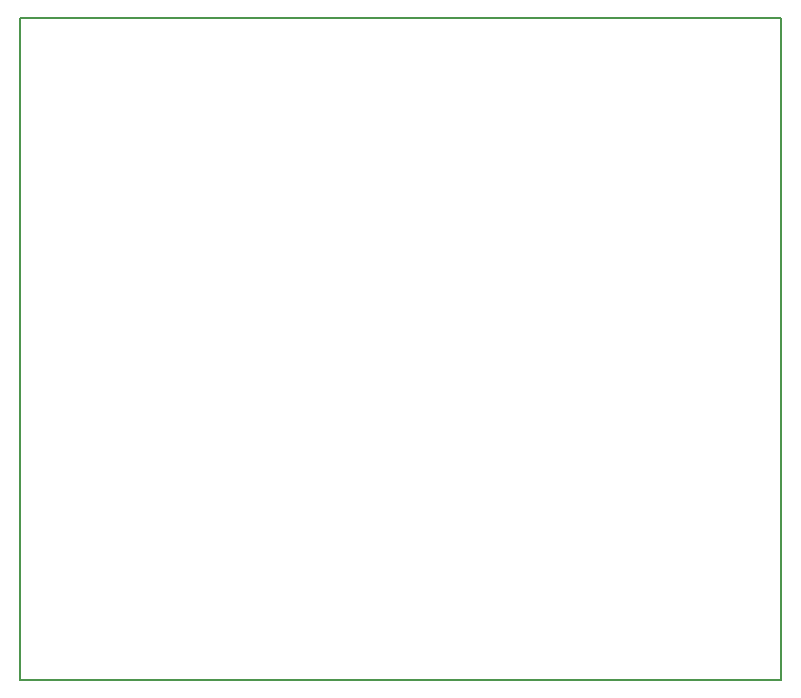
<source format=gbo>
G04 MADE WITH FRITZING*
G04 WWW.FRITZING.ORG*
G04 DOUBLE SIDED*
G04 HOLES PLATED*
G04 CONTOUR ON CENTER OF CONTOUR VECTOR*
%ASAXBY*%
%FSLAX23Y23*%
%MOIN*%
%OFA0B0*%
%SFA1.0B1.0*%
%ADD10R,2.543310X2.216220X2.527310X2.200220*%
%ADD11C,0.008000*%
%LNSILK0*%
G90*
G70*
G54D11*
X4Y2212D02*
X2539Y2212D01*
X2539Y4D01*
X4Y4D01*
X4Y2212D01*
D02*
G04 End of Silk0*
M02*
</source>
